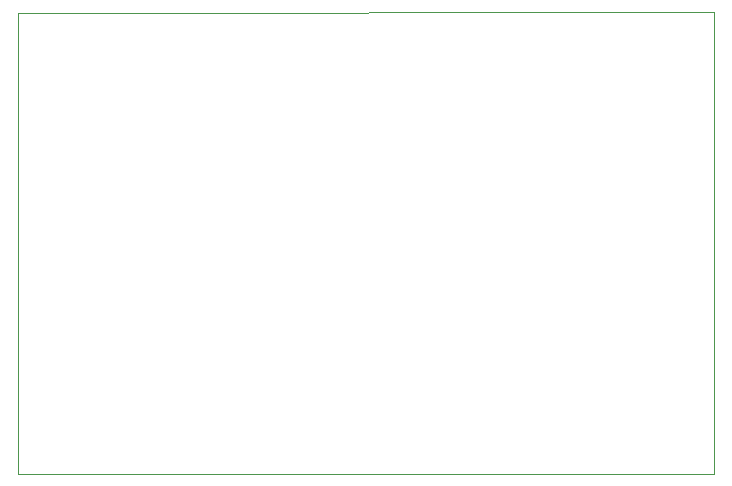
<source format=gbr>
%TF.GenerationSoftware,KiCad,Pcbnew,7.0.11-7.0.11~ubuntu22.04.1*%
%TF.CreationDate,2024-09-07T09:13:54-07:00*%
%TF.ProjectId,battery_pwr_brd_r3,62617474-6572-4795-9f70-77725f627264,rev?*%
%TF.SameCoordinates,Original*%
%TF.FileFunction,Profile,NP*%
%FSLAX46Y46*%
G04 Gerber Fmt 4.6, Leading zero omitted, Abs format (unit mm)*
G04 Created by KiCad (PCBNEW 7.0.11-7.0.11~ubuntu22.04.1) date 2024-09-07 09:13:54*
%MOMM*%
%LPD*%
G01*
G04 APERTURE LIST*
%TA.AperFunction,Profile*%
%ADD10C,0.100000*%
%TD*%
G04 APERTURE END LIST*
D10*
X72922100Y-124306300D02*
X72922100Y-85266500D01*
X131824700Y-85241100D02*
X131826000Y-124306300D01*
X131824700Y-124306300D02*
X72922100Y-124306300D01*
X72922100Y-85266500D02*
X131824700Y-85241100D01*
M02*

</source>
